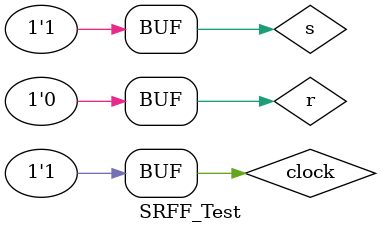
<source format=v>
module SRFF(input r, clock, s, output q, q_dot);
    wire r_out, s_out;
    assign r_out = r & clock;
    assign s_out = s & clock;
    assign q = ~(q_dot | r_out);
    assign q_dot = ~(q | s_out);
endmodule

module SRFF_Test();
    reg r = 0, s = 1, clock = 0;
    wire q, q_dot;
    SRFF srff(r, clock, s, q, q_dot);
    initial begin
        #10 s = 1;
        clock = 1;
        #10 clock = 1;
        s = 0;
        clock = 0;
        #10 clock = 1;
        #10 s = 1;
        clock = 0;
        #10 clock = 1;
    end
    initial begin
        $monitor("r = %x s = %x clock = %x, q = %x, q_dot = %x", r, s, clock, q, q_dot);
    end
endmodule
</source>
